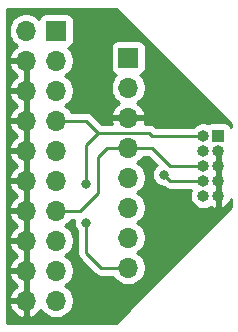
<source format=gbr>
G04 #@! TF.GenerationSoftware,KiCad,Pcbnew,(5.1.6-0-10_14)*
G04 #@! TF.CreationDate,2020-06-06T21:07:02+01:00*
G04 #@! TF.ProjectId,JLinkSWD,4a4c696e-6b53-4574-942e-6b696361645f,rev?*
G04 #@! TF.SameCoordinates,Original*
G04 #@! TF.FileFunction,Copper,L2,Bot*
G04 #@! TF.FilePolarity,Positive*
%FSLAX46Y46*%
G04 Gerber Fmt 4.6, Leading zero omitted, Abs format (unit mm)*
G04 Created by KiCad (PCBNEW (5.1.6-0-10_14)) date 2020-06-06 21:07:02*
%MOMM*%
%LPD*%
G01*
G04 APERTURE LIST*
G04 #@! TA.AperFunction,ComponentPad*
%ADD10O,1.700000X1.700000*%
G04 #@! TD*
G04 #@! TA.AperFunction,ComponentPad*
%ADD11R,1.700000X1.700000*%
G04 #@! TD*
G04 #@! TA.AperFunction,ComponentPad*
%ADD12O,1.000000X1.000000*%
G04 #@! TD*
G04 #@! TA.AperFunction,ComponentPad*
%ADD13R,1.000000X1.000000*%
G04 #@! TD*
G04 #@! TA.AperFunction,ViaPad*
%ADD14C,0.800000*%
G04 #@! TD*
G04 #@! TA.AperFunction,Conductor*
%ADD15C,0.250000*%
G04 #@! TD*
G04 #@! TA.AperFunction,Conductor*
%ADD16C,0.254000*%
G04 #@! TD*
G04 APERTURE END LIST*
D10*
X173482000Y-96266000D03*
X173482000Y-93726000D03*
X173482000Y-91186000D03*
X173482000Y-88646000D03*
X173482000Y-86106000D03*
X173482000Y-83566000D03*
X173482000Y-81026000D03*
D11*
X173482000Y-78486000D03*
D10*
X164846000Y-99060000D03*
X167386000Y-99060000D03*
X164846000Y-96520000D03*
X167386000Y-96520000D03*
X164846000Y-93980000D03*
X167386000Y-93980000D03*
X164846000Y-91440000D03*
X167386000Y-91440000D03*
X164846000Y-88900000D03*
X167386000Y-88900000D03*
X164846000Y-86360000D03*
X167386000Y-86360000D03*
X164846000Y-83820000D03*
X167386000Y-83820000D03*
X164846000Y-81280000D03*
X167386000Y-81280000D03*
X164846000Y-78740000D03*
X167386000Y-78740000D03*
X164846000Y-76200000D03*
D11*
X167386000Y-76200000D03*
D12*
X179832000Y-90170000D03*
X181102000Y-90170000D03*
X179832000Y-88900000D03*
X181102000Y-88900000D03*
X179832000Y-87630000D03*
X181102000Y-87630000D03*
X179832000Y-86360000D03*
X181102000Y-86360000D03*
X179832000Y-85090000D03*
D13*
X181102000Y-85090000D03*
D14*
X169926000Y-92456000D03*
X169926000Y-89154000D03*
X176530000Y-88392000D03*
D15*
X167386000Y-83820000D02*
X169926000Y-83820000D01*
X169926000Y-83820000D02*
X170942000Y-84836000D01*
X173482000Y-96266000D02*
X171196000Y-96266000D01*
X171196000Y-96266000D02*
X169926000Y-94996000D01*
X169926000Y-94996000D02*
X169926000Y-92456000D01*
X170942000Y-84836000D02*
X169926000Y-85852000D01*
X169926000Y-85852000D02*
X169926000Y-89154000D01*
X173482000Y-86106000D02*
X175006000Y-86106000D01*
X171704000Y-86106000D02*
X173482000Y-86106000D01*
X170942000Y-86868000D02*
X171704000Y-86106000D01*
X170942000Y-89916000D02*
X170942000Y-86868000D01*
X169418000Y-91440000D02*
X170942000Y-89916000D01*
X167386000Y-91440000D02*
X169418000Y-91440000D01*
X179832000Y-87630000D02*
X177038000Y-87630000D01*
X175514000Y-86106000D02*
X175006000Y-86106000D01*
X177038000Y-87630000D02*
X175514000Y-86106000D01*
X179832000Y-85090000D02*
X175514000Y-85090000D01*
X175514000Y-85090000D02*
X175260000Y-84836000D01*
X170942000Y-84836000D02*
X175260000Y-84836000D01*
X176784000Y-88646000D02*
X176530000Y-88392000D01*
X177038000Y-88900000D02*
X176530000Y-88392000D01*
X179832000Y-88900000D02*
X177038000Y-88900000D01*
D16*
G36*
X182195000Y-84103736D02*
G01*
X182195000Y-84357352D01*
X182191502Y-84345820D01*
X182132537Y-84235506D01*
X182053185Y-84138815D01*
X181956494Y-84059463D01*
X181846180Y-84000498D01*
X181726482Y-83964188D01*
X181602000Y-83951928D01*
X180602000Y-83951928D01*
X180477518Y-83964188D01*
X180357820Y-84000498D01*
X180274774Y-84044888D01*
X180163067Y-83998617D01*
X179943788Y-83955000D01*
X179720212Y-83955000D01*
X179500933Y-83998617D01*
X179294376Y-84084176D01*
X179108480Y-84208388D01*
X178986868Y-84330000D01*
X175828801Y-84330000D01*
X175823804Y-84325003D01*
X175800001Y-84295999D01*
X175684276Y-84201026D01*
X175552247Y-84130454D01*
X175408986Y-84086997D01*
X175297333Y-84076000D01*
X175297322Y-84076000D01*
X175260000Y-84072324D01*
X175222678Y-84076000D01*
X174876014Y-84076000D01*
X174878825Y-84070099D01*
X174923476Y-83922890D01*
X174802155Y-83693000D01*
X173609000Y-83693000D01*
X173609000Y-83713000D01*
X173355000Y-83713000D01*
X173355000Y-83693000D01*
X172161845Y-83693000D01*
X172040524Y-83922890D01*
X172085175Y-84070099D01*
X172087986Y-84076000D01*
X171256802Y-84076000D01*
X170489804Y-83309002D01*
X170466001Y-83279999D01*
X170350276Y-83185026D01*
X170218247Y-83114454D01*
X170074986Y-83070997D01*
X169963333Y-83060000D01*
X169963322Y-83060000D01*
X169926000Y-83056324D01*
X169888678Y-83060000D01*
X168664178Y-83060000D01*
X168539475Y-82873368D01*
X168332632Y-82666525D01*
X168158240Y-82550000D01*
X168332632Y-82433475D01*
X168539475Y-82226632D01*
X168701990Y-81983411D01*
X168813932Y-81713158D01*
X168871000Y-81426260D01*
X168871000Y-81133740D01*
X168813932Y-80846842D01*
X168701990Y-80576589D01*
X168539475Y-80333368D01*
X168332632Y-80126525D01*
X168158240Y-80010000D01*
X168332632Y-79893475D01*
X168539475Y-79686632D01*
X168701990Y-79443411D01*
X168813932Y-79173158D01*
X168871000Y-78886260D01*
X168871000Y-78593740D01*
X168813932Y-78306842D01*
X168701990Y-78036589D01*
X168539475Y-77793368D01*
X168407620Y-77661513D01*
X168480180Y-77639502D01*
X168486731Y-77636000D01*
X171993928Y-77636000D01*
X171993928Y-79336000D01*
X172006188Y-79460482D01*
X172042498Y-79580180D01*
X172101463Y-79690494D01*
X172180815Y-79787185D01*
X172277506Y-79866537D01*
X172387820Y-79925502D01*
X172460380Y-79947513D01*
X172328525Y-80079368D01*
X172166010Y-80322589D01*
X172054068Y-80592842D01*
X171997000Y-80879740D01*
X171997000Y-81172260D01*
X172054068Y-81459158D01*
X172166010Y-81729411D01*
X172328525Y-81972632D01*
X172535368Y-82179475D01*
X172717534Y-82301195D01*
X172600645Y-82370822D01*
X172384412Y-82565731D01*
X172210359Y-82799080D01*
X172085175Y-83061901D01*
X172040524Y-83209110D01*
X172161845Y-83439000D01*
X173355000Y-83439000D01*
X173355000Y-83419000D01*
X173609000Y-83419000D01*
X173609000Y-83439000D01*
X174802155Y-83439000D01*
X174923476Y-83209110D01*
X174878825Y-83061901D01*
X174753641Y-82799080D01*
X174579588Y-82565731D01*
X174363355Y-82370822D01*
X174246466Y-82301195D01*
X174428632Y-82179475D01*
X174635475Y-81972632D01*
X174797990Y-81729411D01*
X174909932Y-81459158D01*
X174967000Y-81172260D01*
X174967000Y-80879740D01*
X174909932Y-80592842D01*
X174797990Y-80322589D01*
X174635475Y-80079368D01*
X174503620Y-79947513D01*
X174576180Y-79925502D01*
X174686494Y-79866537D01*
X174783185Y-79787185D01*
X174862537Y-79690494D01*
X174921502Y-79580180D01*
X174957812Y-79460482D01*
X174970072Y-79336000D01*
X174970072Y-77636000D01*
X174957812Y-77511518D01*
X174921502Y-77391820D01*
X174862537Y-77281506D01*
X174783185Y-77184815D01*
X174686494Y-77105463D01*
X174576180Y-77046498D01*
X174456482Y-77010188D01*
X174332000Y-76997928D01*
X172632000Y-76997928D01*
X172507518Y-77010188D01*
X172387820Y-77046498D01*
X172277506Y-77105463D01*
X172180815Y-77184815D01*
X172101463Y-77281506D01*
X172042498Y-77391820D01*
X172006188Y-77511518D01*
X171993928Y-77636000D01*
X168486731Y-77636000D01*
X168590494Y-77580537D01*
X168687185Y-77501185D01*
X168766537Y-77404494D01*
X168825502Y-77294180D01*
X168861812Y-77174482D01*
X168874072Y-77050000D01*
X168874072Y-75350000D01*
X168861812Y-75225518D01*
X168825502Y-75105820D01*
X168766537Y-74995506D01*
X168687185Y-74898815D01*
X168590494Y-74819463D01*
X168480180Y-74760498D01*
X168360482Y-74724188D01*
X168236000Y-74711928D01*
X166536000Y-74711928D01*
X166411518Y-74724188D01*
X166291820Y-74760498D01*
X166181506Y-74819463D01*
X166084815Y-74898815D01*
X166005463Y-74995506D01*
X165946498Y-75105820D01*
X165924487Y-75178380D01*
X165792632Y-75046525D01*
X165549411Y-74884010D01*
X165279158Y-74772068D01*
X164992260Y-74715000D01*
X164699740Y-74715000D01*
X164412842Y-74772068D01*
X164142589Y-74884010D01*
X163899368Y-75046525D01*
X163692525Y-75253368D01*
X163530010Y-75496589D01*
X163418068Y-75766842D01*
X163361000Y-76053740D01*
X163361000Y-76346260D01*
X163418068Y-76633158D01*
X163530010Y-76903411D01*
X163692525Y-77146632D01*
X163899368Y-77353475D01*
X164081534Y-77475195D01*
X163964645Y-77544822D01*
X163748412Y-77739731D01*
X163574359Y-77973080D01*
X163449175Y-78235901D01*
X163404524Y-78383110D01*
X163525845Y-78613000D01*
X164719000Y-78613000D01*
X164719000Y-78593000D01*
X164973000Y-78593000D01*
X164973000Y-78613000D01*
X164993000Y-78613000D01*
X164993000Y-78867000D01*
X164973000Y-78867000D01*
X164973000Y-81153000D01*
X164993000Y-81153000D01*
X164993000Y-81407000D01*
X164973000Y-81407000D01*
X164973000Y-83693000D01*
X164993000Y-83693000D01*
X164993000Y-83947000D01*
X164973000Y-83947000D01*
X164973000Y-86233000D01*
X164993000Y-86233000D01*
X164993000Y-86487000D01*
X164973000Y-86487000D01*
X164973000Y-88773000D01*
X164993000Y-88773000D01*
X164993000Y-89027000D01*
X164973000Y-89027000D01*
X164973000Y-91313000D01*
X164993000Y-91313000D01*
X164993000Y-91567000D01*
X164973000Y-91567000D01*
X164973000Y-93853000D01*
X164993000Y-93853000D01*
X164993000Y-94107000D01*
X164973000Y-94107000D01*
X164973000Y-96393000D01*
X164993000Y-96393000D01*
X164993000Y-96647000D01*
X164973000Y-96647000D01*
X164973000Y-98933000D01*
X164993000Y-98933000D01*
X164993000Y-99187000D01*
X164973000Y-99187000D01*
X164973000Y-100380814D01*
X165202891Y-100501481D01*
X165477252Y-100404157D01*
X165727355Y-100255178D01*
X165943588Y-100060269D01*
X166114900Y-99830594D01*
X166232525Y-100006632D01*
X166439368Y-100213475D01*
X166682589Y-100375990D01*
X166952842Y-100487932D01*
X167239740Y-100545000D01*
X167532260Y-100545000D01*
X167819158Y-100487932D01*
X168089411Y-100375990D01*
X168332632Y-100213475D01*
X168539475Y-100006632D01*
X168701990Y-99763411D01*
X168813932Y-99493158D01*
X168871000Y-99206260D01*
X168871000Y-98913740D01*
X168813932Y-98626842D01*
X168701990Y-98356589D01*
X168539475Y-98113368D01*
X168332632Y-97906525D01*
X168158240Y-97790000D01*
X168332632Y-97673475D01*
X168539475Y-97466632D01*
X168701990Y-97223411D01*
X168813932Y-96953158D01*
X168871000Y-96666260D01*
X168871000Y-96373740D01*
X168813932Y-96086842D01*
X168701990Y-95816589D01*
X168539475Y-95573368D01*
X168332632Y-95366525D01*
X168158240Y-95250000D01*
X168332632Y-95133475D01*
X168539475Y-94926632D01*
X168701990Y-94683411D01*
X168813932Y-94413158D01*
X168871000Y-94126260D01*
X168871000Y-93833740D01*
X168813932Y-93546842D01*
X168701990Y-93276589D01*
X168539475Y-93033368D01*
X168332632Y-92826525D01*
X168158240Y-92710000D01*
X168332632Y-92593475D01*
X168539475Y-92386632D01*
X168664178Y-92200000D01*
X168921644Y-92200000D01*
X168891000Y-92354061D01*
X168891000Y-92557939D01*
X168930774Y-92757898D01*
X169008795Y-92946256D01*
X169122063Y-93115774D01*
X169166001Y-93159712D01*
X169166000Y-94958677D01*
X169162324Y-94996000D01*
X169166000Y-95033322D01*
X169166000Y-95033332D01*
X169176997Y-95144985D01*
X169220454Y-95288246D01*
X169291026Y-95420276D01*
X169330871Y-95468826D01*
X169385999Y-95536001D01*
X169415003Y-95559804D01*
X170632201Y-96777003D01*
X170655999Y-96806001D01*
X170771724Y-96900974D01*
X170903753Y-96971546D01*
X171047014Y-97015003D01*
X171158667Y-97026000D01*
X171158676Y-97026000D01*
X171195999Y-97029676D01*
X171233322Y-97026000D01*
X172203822Y-97026000D01*
X172328525Y-97212632D01*
X172535368Y-97419475D01*
X172778589Y-97581990D01*
X173048842Y-97693932D01*
X173335740Y-97751000D01*
X173628260Y-97751000D01*
X173915158Y-97693932D01*
X174185411Y-97581990D01*
X174428632Y-97419475D01*
X174635475Y-97212632D01*
X174797990Y-96969411D01*
X174909932Y-96699158D01*
X174967000Y-96412260D01*
X174967000Y-96119740D01*
X174909932Y-95832842D01*
X174797990Y-95562589D01*
X174635475Y-95319368D01*
X174428632Y-95112525D01*
X174254240Y-94996000D01*
X174428632Y-94879475D01*
X174635475Y-94672632D01*
X174797990Y-94429411D01*
X174909932Y-94159158D01*
X174967000Y-93872260D01*
X174967000Y-93579740D01*
X174909932Y-93292842D01*
X174797990Y-93022589D01*
X174635475Y-92779368D01*
X174428632Y-92572525D01*
X174254240Y-92456000D01*
X174428632Y-92339475D01*
X174635475Y-92132632D01*
X174797990Y-91889411D01*
X174909932Y-91619158D01*
X174967000Y-91332260D01*
X174967000Y-91039740D01*
X174909932Y-90752842D01*
X174797990Y-90482589D01*
X174635475Y-90239368D01*
X174428632Y-90032525D01*
X174254240Y-89916000D01*
X174428632Y-89799475D01*
X174635475Y-89592632D01*
X174797990Y-89349411D01*
X174909932Y-89079158D01*
X174967000Y-88792260D01*
X174967000Y-88499740D01*
X174909932Y-88212842D01*
X174797990Y-87942589D01*
X174635475Y-87699368D01*
X174428632Y-87492525D01*
X174254240Y-87376000D01*
X174428632Y-87259475D01*
X174635475Y-87052632D01*
X174760178Y-86866000D01*
X175199199Y-86866000D01*
X175900819Y-87567621D01*
X175870226Y-87588063D01*
X175726063Y-87732226D01*
X175612795Y-87901744D01*
X175534774Y-88090102D01*
X175495000Y-88290061D01*
X175495000Y-88493939D01*
X175534774Y-88693898D01*
X175612795Y-88882256D01*
X175726063Y-89051774D01*
X175870226Y-89195937D01*
X176039744Y-89309205D01*
X176228102Y-89387226D01*
X176428061Y-89427000D01*
X176487329Y-89427000D01*
X176497999Y-89440001D01*
X176613724Y-89534974D01*
X176745753Y-89605546D01*
X176889014Y-89649003D01*
X177000667Y-89660000D01*
X177000676Y-89660000D01*
X177037999Y-89663676D01*
X177075322Y-89660000D01*
X178814734Y-89660000D01*
X178740617Y-89838933D01*
X178697000Y-90058212D01*
X178697000Y-90281788D01*
X178740617Y-90501067D01*
X178826176Y-90707624D01*
X178950388Y-90893520D01*
X179108480Y-91051612D01*
X179294376Y-91175824D01*
X179500933Y-91261383D01*
X179720212Y-91305000D01*
X179943788Y-91305000D01*
X180163067Y-91261383D01*
X180369624Y-91175824D01*
X180471512Y-91107744D01*
X180592471Y-91184210D01*
X180800124Y-91264126D01*
X180975000Y-91139129D01*
X180975000Y-90297000D01*
X180963974Y-90297000D01*
X180967000Y-90281788D01*
X180967000Y-90058212D01*
X180963974Y-90043000D01*
X180975000Y-90043000D01*
X180975000Y-89027000D01*
X180963974Y-89027000D01*
X180967000Y-89011788D01*
X180967000Y-88788212D01*
X180963974Y-88773000D01*
X180975000Y-88773000D01*
X180975000Y-87757000D01*
X180963974Y-87757000D01*
X180967000Y-87741788D01*
X180967000Y-87518212D01*
X180963974Y-87503000D01*
X180975000Y-87503000D01*
X180975000Y-86487000D01*
X180963974Y-86487000D01*
X180967000Y-86471788D01*
X180967000Y-86248212D01*
X180963974Y-86233000D01*
X180975000Y-86233000D01*
X180975000Y-86228072D01*
X181229000Y-86228072D01*
X181229000Y-86233000D01*
X181249000Y-86233000D01*
X181249000Y-86487000D01*
X181229000Y-86487000D01*
X181229000Y-87503000D01*
X181249000Y-87503000D01*
X181249000Y-87757000D01*
X181229000Y-87757000D01*
X181229000Y-88773000D01*
X181249000Y-88773000D01*
X181249000Y-89027000D01*
X181229000Y-89027000D01*
X181229000Y-90043000D01*
X181249000Y-90043000D01*
X181249000Y-90297000D01*
X181229000Y-90297000D01*
X181229000Y-91139129D01*
X181403876Y-91264126D01*
X181611529Y-91184210D01*
X181799601Y-91065318D01*
X181960865Y-90912020D01*
X182089123Y-90730206D01*
X182179446Y-90526864D01*
X182195001Y-90475562D01*
X182195001Y-91156263D01*
X172436264Y-100915000D01*
X163245000Y-100915000D01*
X163245000Y-99416890D01*
X163404524Y-99416890D01*
X163449175Y-99564099D01*
X163574359Y-99826920D01*
X163748412Y-100060269D01*
X163964645Y-100255178D01*
X164214748Y-100404157D01*
X164489109Y-100501481D01*
X164719000Y-100380814D01*
X164719000Y-99187000D01*
X163525845Y-99187000D01*
X163404524Y-99416890D01*
X163245000Y-99416890D01*
X163245000Y-96876890D01*
X163404524Y-96876890D01*
X163449175Y-97024099D01*
X163574359Y-97286920D01*
X163748412Y-97520269D01*
X163964645Y-97715178D01*
X164090255Y-97790000D01*
X163964645Y-97864822D01*
X163748412Y-98059731D01*
X163574359Y-98293080D01*
X163449175Y-98555901D01*
X163404524Y-98703110D01*
X163525845Y-98933000D01*
X164719000Y-98933000D01*
X164719000Y-96647000D01*
X163525845Y-96647000D01*
X163404524Y-96876890D01*
X163245000Y-96876890D01*
X163245000Y-94336890D01*
X163404524Y-94336890D01*
X163449175Y-94484099D01*
X163574359Y-94746920D01*
X163748412Y-94980269D01*
X163964645Y-95175178D01*
X164090255Y-95250000D01*
X163964645Y-95324822D01*
X163748412Y-95519731D01*
X163574359Y-95753080D01*
X163449175Y-96015901D01*
X163404524Y-96163110D01*
X163525845Y-96393000D01*
X164719000Y-96393000D01*
X164719000Y-94107000D01*
X163525845Y-94107000D01*
X163404524Y-94336890D01*
X163245000Y-94336890D01*
X163245000Y-91796890D01*
X163404524Y-91796890D01*
X163449175Y-91944099D01*
X163574359Y-92206920D01*
X163748412Y-92440269D01*
X163964645Y-92635178D01*
X164090255Y-92710000D01*
X163964645Y-92784822D01*
X163748412Y-92979731D01*
X163574359Y-93213080D01*
X163449175Y-93475901D01*
X163404524Y-93623110D01*
X163525845Y-93853000D01*
X164719000Y-93853000D01*
X164719000Y-91567000D01*
X163525845Y-91567000D01*
X163404524Y-91796890D01*
X163245000Y-91796890D01*
X163245000Y-89256890D01*
X163404524Y-89256890D01*
X163449175Y-89404099D01*
X163574359Y-89666920D01*
X163748412Y-89900269D01*
X163964645Y-90095178D01*
X164090255Y-90170000D01*
X163964645Y-90244822D01*
X163748412Y-90439731D01*
X163574359Y-90673080D01*
X163449175Y-90935901D01*
X163404524Y-91083110D01*
X163525845Y-91313000D01*
X164719000Y-91313000D01*
X164719000Y-89027000D01*
X163525845Y-89027000D01*
X163404524Y-89256890D01*
X163245000Y-89256890D01*
X163245000Y-86716890D01*
X163404524Y-86716890D01*
X163449175Y-86864099D01*
X163574359Y-87126920D01*
X163748412Y-87360269D01*
X163964645Y-87555178D01*
X164090255Y-87630000D01*
X163964645Y-87704822D01*
X163748412Y-87899731D01*
X163574359Y-88133080D01*
X163449175Y-88395901D01*
X163404524Y-88543110D01*
X163525845Y-88773000D01*
X164719000Y-88773000D01*
X164719000Y-86487000D01*
X163525845Y-86487000D01*
X163404524Y-86716890D01*
X163245000Y-86716890D01*
X163245000Y-84176890D01*
X163404524Y-84176890D01*
X163449175Y-84324099D01*
X163574359Y-84586920D01*
X163748412Y-84820269D01*
X163964645Y-85015178D01*
X164090255Y-85090000D01*
X163964645Y-85164822D01*
X163748412Y-85359731D01*
X163574359Y-85593080D01*
X163449175Y-85855901D01*
X163404524Y-86003110D01*
X163525845Y-86233000D01*
X164719000Y-86233000D01*
X164719000Y-83947000D01*
X163525845Y-83947000D01*
X163404524Y-84176890D01*
X163245000Y-84176890D01*
X163245000Y-81636890D01*
X163404524Y-81636890D01*
X163449175Y-81784099D01*
X163574359Y-82046920D01*
X163748412Y-82280269D01*
X163964645Y-82475178D01*
X164090255Y-82550000D01*
X163964645Y-82624822D01*
X163748412Y-82819731D01*
X163574359Y-83053080D01*
X163449175Y-83315901D01*
X163404524Y-83463110D01*
X163525845Y-83693000D01*
X164719000Y-83693000D01*
X164719000Y-81407000D01*
X163525845Y-81407000D01*
X163404524Y-81636890D01*
X163245000Y-81636890D01*
X163245000Y-79096890D01*
X163404524Y-79096890D01*
X163449175Y-79244099D01*
X163574359Y-79506920D01*
X163748412Y-79740269D01*
X163964645Y-79935178D01*
X164090255Y-80010000D01*
X163964645Y-80084822D01*
X163748412Y-80279731D01*
X163574359Y-80513080D01*
X163449175Y-80775901D01*
X163404524Y-80923110D01*
X163525845Y-81153000D01*
X164719000Y-81153000D01*
X164719000Y-78867000D01*
X163525845Y-78867000D01*
X163404524Y-79096890D01*
X163245000Y-79096890D01*
X163245000Y-74345000D01*
X172436264Y-74345000D01*
X182195000Y-84103736D01*
G37*
X182195000Y-84103736D02*
X182195000Y-84357352D01*
X182191502Y-84345820D01*
X182132537Y-84235506D01*
X182053185Y-84138815D01*
X181956494Y-84059463D01*
X181846180Y-84000498D01*
X181726482Y-83964188D01*
X181602000Y-83951928D01*
X180602000Y-83951928D01*
X180477518Y-83964188D01*
X180357820Y-84000498D01*
X180274774Y-84044888D01*
X180163067Y-83998617D01*
X179943788Y-83955000D01*
X179720212Y-83955000D01*
X179500933Y-83998617D01*
X179294376Y-84084176D01*
X179108480Y-84208388D01*
X178986868Y-84330000D01*
X175828801Y-84330000D01*
X175823804Y-84325003D01*
X175800001Y-84295999D01*
X175684276Y-84201026D01*
X175552247Y-84130454D01*
X175408986Y-84086997D01*
X175297333Y-84076000D01*
X175297322Y-84076000D01*
X175260000Y-84072324D01*
X175222678Y-84076000D01*
X174876014Y-84076000D01*
X174878825Y-84070099D01*
X174923476Y-83922890D01*
X174802155Y-83693000D01*
X173609000Y-83693000D01*
X173609000Y-83713000D01*
X173355000Y-83713000D01*
X173355000Y-83693000D01*
X172161845Y-83693000D01*
X172040524Y-83922890D01*
X172085175Y-84070099D01*
X172087986Y-84076000D01*
X171256802Y-84076000D01*
X170489804Y-83309002D01*
X170466001Y-83279999D01*
X170350276Y-83185026D01*
X170218247Y-83114454D01*
X170074986Y-83070997D01*
X169963333Y-83060000D01*
X169963322Y-83060000D01*
X169926000Y-83056324D01*
X169888678Y-83060000D01*
X168664178Y-83060000D01*
X168539475Y-82873368D01*
X168332632Y-82666525D01*
X168158240Y-82550000D01*
X168332632Y-82433475D01*
X168539475Y-82226632D01*
X168701990Y-81983411D01*
X168813932Y-81713158D01*
X168871000Y-81426260D01*
X168871000Y-81133740D01*
X168813932Y-80846842D01*
X168701990Y-80576589D01*
X168539475Y-80333368D01*
X168332632Y-80126525D01*
X168158240Y-80010000D01*
X168332632Y-79893475D01*
X168539475Y-79686632D01*
X168701990Y-79443411D01*
X168813932Y-79173158D01*
X168871000Y-78886260D01*
X168871000Y-78593740D01*
X168813932Y-78306842D01*
X168701990Y-78036589D01*
X168539475Y-77793368D01*
X168407620Y-77661513D01*
X168480180Y-77639502D01*
X168486731Y-77636000D01*
X171993928Y-77636000D01*
X171993928Y-79336000D01*
X172006188Y-79460482D01*
X172042498Y-79580180D01*
X172101463Y-79690494D01*
X172180815Y-79787185D01*
X172277506Y-79866537D01*
X172387820Y-79925502D01*
X172460380Y-79947513D01*
X172328525Y-80079368D01*
X172166010Y-80322589D01*
X172054068Y-80592842D01*
X171997000Y-80879740D01*
X171997000Y-81172260D01*
X172054068Y-81459158D01*
X172166010Y-81729411D01*
X172328525Y-81972632D01*
X172535368Y-82179475D01*
X172717534Y-82301195D01*
X172600645Y-82370822D01*
X172384412Y-82565731D01*
X172210359Y-82799080D01*
X172085175Y-83061901D01*
X172040524Y-83209110D01*
X172161845Y-83439000D01*
X173355000Y-83439000D01*
X173355000Y-83419000D01*
X173609000Y-83419000D01*
X173609000Y-83439000D01*
X174802155Y-83439000D01*
X174923476Y-83209110D01*
X174878825Y-83061901D01*
X174753641Y-82799080D01*
X174579588Y-82565731D01*
X174363355Y-82370822D01*
X174246466Y-82301195D01*
X174428632Y-82179475D01*
X174635475Y-81972632D01*
X174797990Y-81729411D01*
X174909932Y-81459158D01*
X174967000Y-81172260D01*
X174967000Y-80879740D01*
X174909932Y-80592842D01*
X174797990Y-80322589D01*
X174635475Y-80079368D01*
X174503620Y-79947513D01*
X174576180Y-79925502D01*
X174686494Y-79866537D01*
X174783185Y-79787185D01*
X174862537Y-79690494D01*
X174921502Y-79580180D01*
X174957812Y-79460482D01*
X174970072Y-79336000D01*
X174970072Y-77636000D01*
X174957812Y-77511518D01*
X174921502Y-77391820D01*
X174862537Y-77281506D01*
X174783185Y-77184815D01*
X174686494Y-77105463D01*
X174576180Y-77046498D01*
X174456482Y-77010188D01*
X174332000Y-76997928D01*
X172632000Y-76997928D01*
X172507518Y-77010188D01*
X172387820Y-77046498D01*
X172277506Y-77105463D01*
X172180815Y-77184815D01*
X172101463Y-77281506D01*
X172042498Y-77391820D01*
X172006188Y-77511518D01*
X171993928Y-77636000D01*
X168486731Y-77636000D01*
X168590494Y-77580537D01*
X168687185Y-77501185D01*
X168766537Y-77404494D01*
X168825502Y-77294180D01*
X168861812Y-77174482D01*
X168874072Y-77050000D01*
X168874072Y-75350000D01*
X168861812Y-75225518D01*
X168825502Y-75105820D01*
X168766537Y-74995506D01*
X168687185Y-74898815D01*
X168590494Y-74819463D01*
X168480180Y-74760498D01*
X168360482Y-74724188D01*
X168236000Y-74711928D01*
X166536000Y-74711928D01*
X166411518Y-74724188D01*
X166291820Y-74760498D01*
X166181506Y-74819463D01*
X166084815Y-74898815D01*
X166005463Y-74995506D01*
X165946498Y-75105820D01*
X165924487Y-75178380D01*
X165792632Y-75046525D01*
X165549411Y-74884010D01*
X165279158Y-74772068D01*
X164992260Y-74715000D01*
X164699740Y-74715000D01*
X164412842Y-74772068D01*
X164142589Y-74884010D01*
X163899368Y-75046525D01*
X163692525Y-75253368D01*
X163530010Y-75496589D01*
X163418068Y-75766842D01*
X163361000Y-76053740D01*
X163361000Y-76346260D01*
X163418068Y-76633158D01*
X163530010Y-76903411D01*
X163692525Y-77146632D01*
X163899368Y-77353475D01*
X164081534Y-77475195D01*
X163964645Y-77544822D01*
X163748412Y-77739731D01*
X163574359Y-77973080D01*
X163449175Y-78235901D01*
X163404524Y-78383110D01*
X163525845Y-78613000D01*
X164719000Y-78613000D01*
X164719000Y-78593000D01*
X164973000Y-78593000D01*
X164973000Y-78613000D01*
X164993000Y-78613000D01*
X164993000Y-78867000D01*
X164973000Y-78867000D01*
X164973000Y-81153000D01*
X164993000Y-81153000D01*
X164993000Y-81407000D01*
X164973000Y-81407000D01*
X164973000Y-83693000D01*
X164993000Y-83693000D01*
X164993000Y-83947000D01*
X164973000Y-83947000D01*
X164973000Y-86233000D01*
X164993000Y-86233000D01*
X164993000Y-86487000D01*
X164973000Y-86487000D01*
X164973000Y-88773000D01*
X164993000Y-88773000D01*
X164993000Y-89027000D01*
X164973000Y-89027000D01*
X164973000Y-91313000D01*
X164993000Y-91313000D01*
X164993000Y-91567000D01*
X164973000Y-91567000D01*
X164973000Y-93853000D01*
X164993000Y-93853000D01*
X164993000Y-94107000D01*
X164973000Y-94107000D01*
X164973000Y-96393000D01*
X164993000Y-96393000D01*
X164993000Y-96647000D01*
X164973000Y-96647000D01*
X164973000Y-98933000D01*
X164993000Y-98933000D01*
X164993000Y-99187000D01*
X164973000Y-99187000D01*
X164973000Y-100380814D01*
X165202891Y-100501481D01*
X165477252Y-100404157D01*
X165727355Y-100255178D01*
X165943588Y-100060269D01*
X166114900Y-99830594D01*
X166232525Y-100006632D01*
X166439368Y-100213475D01*
X166682589Y-100375990D01*
X166952842Y-100487932D01*
X167239740Y-100545000D01*
X167532260Y-100545000D01*
X167819158Y-100487932D01*
X168089411Y-100375990D01*
X168332632Y-100213475D01*
X168539475Y-100006632D01*
X168701990Y-99763411D01*
X168813932Y-99493158D01*
X168871000Y-99206260D01*
X168871000Y-98913740D01*
X168813932Y-98626842D01*
X168701990Y-98356589D01*
X168539475Y-98113368D01*
X168332632Y-97906525D01*
X168158240Y-97790000D01*
X168332632Y-97673475D01*
X168539475Y-97466632D01*
X168701990Y-97223411D01*
X168813932Y-96953158D01*
X168871000Y-96666260D01*
X168871000Y-96373740D01*
X168813932Y-96086842D01*
X168701990Y-95816589D01*
X168539475Y-95573368D01*
X168332632Y-95366525D01*
X168158240Y-95250000D01*
X168332632Y-95133475D01*
X168539475Y-94926632D01*
X168701990Y-94683411D01*
X168813932Y-94413158D01*
X168871000Y-94126260D01*
X168871000Y-93833740D01*
X168813932Y-93546842D01*
X168701990Y-93276589D01*
X168539475Y-93033368D01*
X168332632Y-92826525D01*
X168158240Y-92710000D01*
X168332632Y-92593475D01*
X168539475Y-92386632D01*
X168664178Y-92200000D01*
X168921644Y-92200000D01*
X168891000Y-92354061D01*
X168891000Y-92557939D01*
X168930774Y-92757898D01*
X169008795Y-92946256D01*
X169122063Y-93115774D01*
X169166001Y-93159712D01*
X169166000Y-94958677D01*
X169162324Y-94996000D01*
X169166000Y-95033322D01*
X169166000Y-95033332D01*
X169176997Y-95144985D01*
X169220454Y-95288246D01*
X169291026Y-95420276D01*
X169330871Y-95468826D01*
X169385999Y-95536001D01*
X169415003Y-95559804D01*
X170632201Y-96777003D01*
X170655999Y-96806001D01*
X170771724Y-96900974D01*
X170903753Y-96971546D01*
X171047014Y-97015003D01*
X171158667Y-97026000D01*
X171158676Y-97026000D01*
X171195999Y-97029676D01*
X171233322Y-97026000D01*
X172203822Y-97026000D01*
X172328525Y-97212632D01*
X172535368Y-97419475D01*
X172778589Y-97581990D01*
X173048842Y-97693932D01*
X173335740Y-97751000D01*
X173628260Y-97751000D01*
X173915158Y-97693932D01*
X174185411Y-97581990D01*
X174428632Y-97419475D01*
X174635475Y-97212632D01*
X174797990Y-96969411D01*
X174909932Y-96699158D01*
X174967000Y-96412260D01*
X174967000Y-96119740D01*
X174909932Y-95832842D01*
X174797990Y-95562589D01*
X174635475Y-95319368D01*
X174428632Y-95112525D01*
X174254240Y-94996000D01*
X174428632Y-94879475D01*
X174635475Y-94672632D01*
X174797990Y-94429411D01*
X174909932Y-94159158D01*
X174967000Y-93872260D01*
X174967000Y-93579740D01*
X174909932Y-93292842D01*
X174797990Y-93022589D01*
X174635475Y-92779368D01*
X174428632Y-92572525D01*
X174254240Y-92456000D01*
X174428632Y-92339475D01*
X174635475Y-92132632D01*
X174797990Y-91889411D01*
X174909932Y-91619158D01*
X174967000Y-91332260D01*
X174967000Y-91039740D01*
X174909932Y-90752842D01*
X174797990Y-90482589D01*
X174635475Y-90239368D01*
X174428632Y-90032525D01*
X174254240Y-89916000D01*
X174428632Y-89799475D01*
X174635475Y-89592632D01*
X174797990Y-89349411D01*
X174909932Y-89079158D01*
X174967000Y-88792260D01*
X174967000Y-88499740D01*
X174909932Y-88212842D01*
X174797990Y-87942589D01*
X174635475Y-87699368D01*
X174428632Y-87492525D01*
X174254240Y-87376000D01*
X174428632Y-87259475D01*
X174635475Y-87052632D01*
X174760178Y-86866000D01*
X175199199Y-86866000D01*
X175900819Y-87567621D01*
X175870226Y-87588063D01*
X175726063Y-87732226D01*
X175612795Y-87901744D01*
X175534774Y-88090102D01*
X175495000Y-88290061D01*
X175495000Y-88493939D01*
X175534774Y-88693898D01*
X175612795Y-88882256D01*
X175726063Y-89051774D01*
X175870226Y-89195937D01*
X176039744Y-89309205D01*
X176228102Y-89387226D01*
X176428061Y-89427000D01*
X176487329Y-89427000D01*
X176497999Y-89440001D01*
X176613724Y-89534974D01*
X176745753Y-89605546D01*
X176889014Y-89649003D01*
X177000667Y-89660000D01*
X177000676Y-89660000D01*
X177037999Y-89663676D01*
X177075322Y-89660000D01*
X178814734Y-89660000D01*
X178740617Y-89838933D01*
X178697000Y-90058212D01*
X178697000Y-90281788D01*
X178740617Y-90501067D01*
X178826176Y-90707624D01*
X178950388Y-90893520D01*
X179108480Y-91051612D01*
X179294376Y-91175824D01*
X179500933Y-91261383D01*
X179720212Y-91305000D01*
X179943788Y-91305000D01*
X180163067Y-91261383D01*
X180369624Y-91175824D01*
X180471512Y-91107744D01*
X180592471Y-91184210D01*
X180800124Y-91264126D01*
X180975000Y-91139129D01*
X180975000Y-90297000D01*
X180963974Y-90297000D01*
X180967000Y-90281788D01*
X180967000Y-90058212D01*
X180963974Y-90043000D01*
X180975000Y-90043000D01*
X180975000Y-89027000D01*
X180963974Y-89027000D01*
X180967000Y-89011788D01*
X180967000Y-88788212D01*
X180963974Y-88773000D01*
X180975000Y-88773000D01*
X180975000Y-87757000D01*
X180963974Y-87757000D01*
X180967000Y-87741788D01*
X180967000Y-87518212D01*
X180963974Y-87503000D01*
X180975000Y-87503000D01*
X180975000Y-86487000D01*
X180963974Y-86487000D01*
X180967000Y-86471788D01*
X180967000Y-86248212D01*
X180963974Y-86233000D01*
X180975000Y-86233000D01*
X180975000Y-86228072D01*
X181229000Y-86228072D01*
X181229000Y-86233000D01*
X181249000Y-86233000D01*
X181249000Y-86487000D01*
X181229000Y-86487000D01*
X181229000Y-87503000D01*
X181249000Y-87503000D01*
X181249000Y-87757000D01*
X181229000Y-87757000D01*
X181229000Y-88773000D01*
X181249000Y-88773000D01*
X181249000Y-89027000D01*
X181229000Y-89027000D01*
X181229000Y-90043000D01*
X181249000Y-90043000D01*
X181249000Y-90297000D01*
X181229000Y-90297000D01*
X181229000Y-91139129D01*
X181403876Y-91264126D01*
X181611529Y-91184210D01*
X181799601Y-91065318D01*
X181960865Y-90912020D01*
X182089123Y-90730206D01*
X182179446Y-90526864D01*
X182195001Y-90475562D01*
X182195001Y-91156263D01*
X172436264Y-100915000D01*
X163245000Y-100915000D01*
X163245000Y-99416890D01*
X163404524Y-99416890D01*
X163449175Y-99564099D01*
X163574359Y-99826920D01*
X163748412Y-100060269D01*
X163964645Y-100255178D01*
X164214748Y-100404157D01*
X164489109Y-100501481D01*
X164719000Y-100380814D01*
X164719000Y-99187000D01*
X163525845Y-99187000D01*
X163404524Y-99416890D01*
X163245000Y-99416890D01*
X163245000Y-96876890D01*
X163404524Y-96876890D01*
X163449175Y-97024099D01*
X163574359Y-97286920D01*
X163748412Y-97520269D01*
X163964645Y-97715178D01*
X164090255Y-97790000D01*
X163964645Y-97864822D01*
X163748412Y-98059731D01*
X163574359Y-98293080D01*
X163449175Y-98555901D01*
X163404524Y-98703110D01*
X163525845Y-98933000D01*
X164719000Y-98933000D01*
X164719000Y-96647000D01*
X163525845Y-96647000D01*
X163404524Y-96876890D01*
X163245000Y-96876890D01*
X163245000Y-94336890D01*
X163404524Y-94336890D01*
X163449175Y-94484099D01*
X163574359Y-94746920D01*
X163748412Y-94980269D01*
X163964645Y-95175178D01*
X164090255Y-95250000D01*
X163964645Y-95324822D01*
X163748412Y-95519731D01*
X163574359Y-95753080D01*
X163449175Y-96015901D01*
X163404524Y-96163110D01*
X163525845Y-96393000D01*
X164719000Y-96393000D01*
X164719000Y-94107000D01*
X163525845Y-94107000D01*
X163404524Y-94336890D01*
X163245000Y-94336890D01*
X163245000Y-91796890D01*
X163404524Y-91796890D01*
X163449175Y-91944099D01*
X163574359Y-92206920D01*
X163748412Y-92440269D01*
X163964645Y-92635178D01*
X164090255Y-92710000D01*
X163964645Y-92784822D01*
X163748412Y-92979731D01*
X163574359Y-93213080D01*
X163449175Y-93475901D01*
X163404524Y-93623110D01*
X163525845Y-93853000D01*
X164719000Y-93853000D01*
X164719000Y-91567000D01*
X163525845Y-91567000D01*
X163404524Y-91796890D01*
X163245000Y-91796890D01*
X163245000Y-89256890D01*
X163404524Y-89256890D01*
X163449175Y-89404099D01*
X163574359Y-89666920D01*
X163748412Y-89900269D01*
X163964645Y-90095178D01*
X164090255Y-90170000D01*
X163964645Y-90244822D01*
X163748412Y-90439731D01*
X163574359Y-90673080D01*
X163449175Y-90935901D01*
X163404524Y-91083110D01*
X163525845Y-91313000D01*
X164719000Y-91313000D01*
X164719000Y-89027000D01*
X163525845Y-89027000D01*
X163404524Y-89256890D01*
X163245000Y-89256890D01*
X163245000Y-86716890D01*
X163404524Y-86716890D01*
X163449175Y-86864099D01*
X163574359Y-87126920D01*
X163748412Y-87360269D01*
X163964645Y-87555178D01*
X164090255Y-87630000D01*
X163964645Y-87704822D01*
X163748412Y-87899731D01*
X163574359Y-88133080D01*
X163449175Y-88395901D01*
X163404524Y-88543110D01*
X163525845Y-88773000D01*
X164719000Y-88773000D01*
X164719000Y-86487000D01*
X163525845Y-86487000D01*
X163404524Y-86716890D01*
X163245000Y-86716890D01*
X163245000Y-84176890D01*
X163404524Y-84176890D01*
X163449175Y-84324099D01*
X163574359Y-84586920D01*
X163748412Y-84820269D01*
X163964645Y-85015178D01*
X164090255Y-85090000D01*
X163964645Y-85164822D01*
X163748412Y-85359731D01*
X163574359Y-85593080D01*
X163449175Y-85855901D01*
X163404524Y-86003110D01*
X163525845Y-86233000D01*
X164719000Y-86233000D01*
X164719000Y-83947000D01*
X163525845Y-83947000D01*
X163404524Y-84176890D01*
X163245000Y-84176890D01*
X163245000Y-81636890D01*
X163404524Y-81636890D01*
X163449175Y-81784099D01*
X163574359Y-82046920D01*
X163748412Y-82280269D01*
X163964645Y-82475178D01*
X164090255Y-82550000D01*
X163964645Y-82624822D01*
X163748412Y-82819731D01*
X163574359Y-83053080D01*
X163449175Y-83315901D01*
X163404524Y-83463110D01*
X163525845Y-83693000D01*
X164719000Y-83693000D01*
X164719000Y-81407000D01*
X163525845Y-81407000D01*
X163404524Y-81636890D01*
X163245000Y-81636890D01*
X163245000Y-79096890D01*
X163404524Y-79096890D01*
X163449175Y-79244099D01*
X163574359Y-79506920D01*
X163748412Y-79740269D01*
X163964645Y-79935178D01*
X164090255Y-80010000D01*
X163964645Y-80084822D01*
X163748412Y-80279731D01*
X163574359Y-80513080D01*
X163449175Y-80775901D01*
X163404524Y-80923110D01*
X163525845Y-81153000D01*
X164719000Y-81153000D01*
X164719000Y-78867000D01*
X163525845Y-78867000D01*
X163404524Y-79096890D01*
X163245000Y-79096890D01*
X163245000Y-74345000D01*
X172436264Y-74345000D01*
X182195000Y-84103736D01*
M02*

</source>
